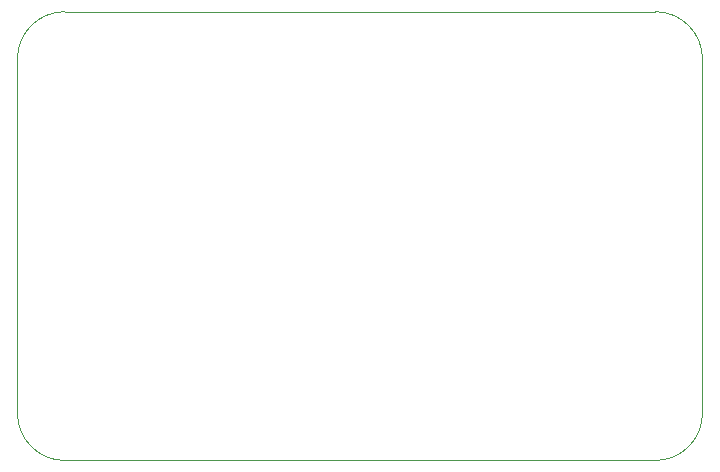
<source format=gbr>
%TF.GenerationSoftware,KiCad,Pcbnew,8.0.0*%
%TF.CreationDate,2024-07-22T23:16:51+01:00*%
%TF.ProjectId,Blue_Pedal,426c7565-5f50-4656-9461-6c2e6b696361,rev?*%
%TF.SameCoordinates,Original*%
%TF.FileFunction,Profile,NP*%
%FSLAX46Y46*%
G04 Gerber Fmt 4.6, Leading zero omitted, Abs format (unit mm)*
G04 Created by KiCad (PCBNEW 8.0.0) date 2024-07-22 23:16:51*
%MOMM*%
%LPD*%
G01*
G04 APERTURE LIST*
%TA.AperFunction,Profile*%
%ADD10C,0.050000*%
%TD*%
G04 APERTURE END LIST*
D10*
X150000000Y-96000000D02*
X100000000Y-96000000D01*
X154000000Y-130000000D02*
G75*
G02*
X150000000Y-134000000I-4000000J0D01*
G01*
X154000000Y-130000000D02*
X154000000Y-100000000D01*
X96000000Y-100000000D02*
G75*
G02*
X100000000Y-96000000I4000000J0D01*
G01*
X100000000Y-134000000D02*
G75*
G02*
X96000000Y-130000000I0J4000000D01*
G01*
X96000000Y-100000000D02*
X96000000Y-130000000D01*
X150000000Y-96000000D02*
G75*
G02*
X154000000Y-100000000I0J-4000000D01*
G01*
X100000000Y-134000000D02*
X150000000Y-134000000D01*
M02*

</source>
